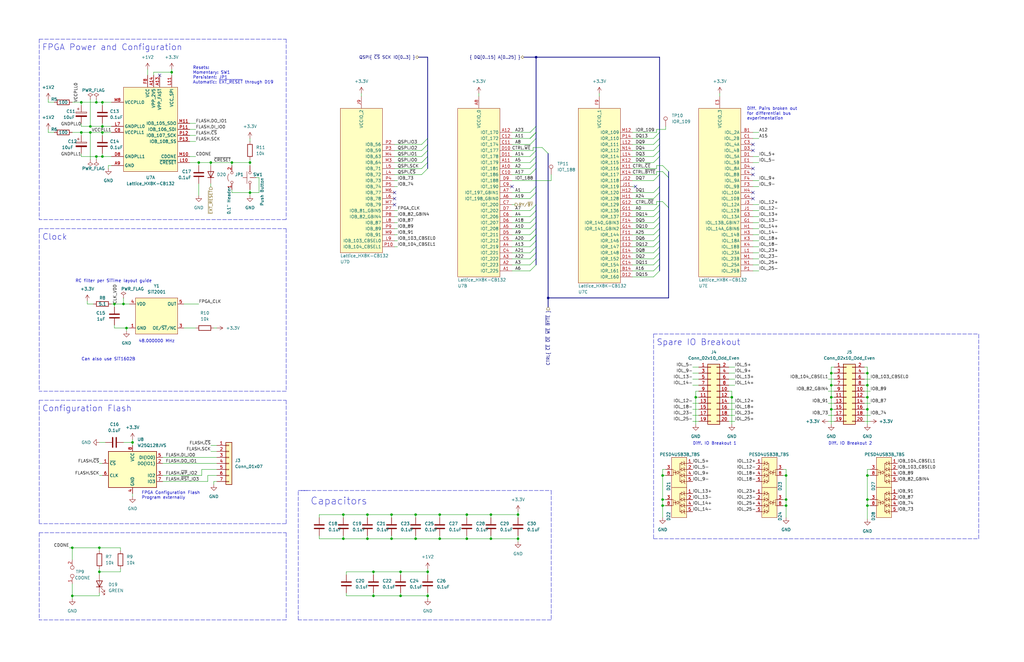
<source format=kicad_sch>
(kicad_sch (version 20211123) (generator eeschema)
  (paper "USLedger")
  (title_block (title "NR1B-SQT56 v1.0") (date "2022-10-03") (rev "1.0") (company "University of Dallas") (comment 1 "Drawn By: Angela Jimenez, Aidan Medcalf"))
  (junction (at 144.78 227.33))
  (junction (at 30.48 251.46))
  (junction (at 350.52 157.48))
  (junction (at 154.94 217.17))
  (junction (at 72.39 30.48))
  (junction (at 365.76 157.48))
  (junction (at 88.9 68.58))
  (junction (at 41.91 241.3))
  (junction (at 218.44 227.33))
  (junction (at 34.29 43.18))
  (junction (at 43.18 66.04))
  (junction (at 165.1 217.17))
  (junction (at 43.18 53.34))
  (junction (at 40.64 43.18))
  (junction (at 175.26 227.33))
  (junction (at 226.06 24.13))
  (junction (at 293.37 167.64))
  (junction (at 350.52 167.64))
  (junction (at 196.85 217.17))
  (junction (at 185.42 217.17))
  (junction (at 365.76 162.56))
  (junction (at 231.14 125.73))
  (junction (at 168.91 251.46))
  (junction (at 365.76 167.64))
  (junction (at 207.01 227.33))
  (junction (at 41.91 231.14))
  (junction (at 30.48 231.14))
  (junction (at 365.76 200.66))
  (junction (at 175.26 217.17))
  (junction (at 55.88 186.69))
  (junction (at 180.34 241.3))
  (junction (at 52.07 128.27))
  (junction (at 207.01 217.17))
  (junction (at 365.76 172.72))
  (junction (at 157.48 251.46))
  (junction (at 365.76 213.36))
  (junction (at 105.41 81.28))
  (junction (at 105.41 68.58))
  (junction (at 154.94 227.33))
  (junction (at 279.4 213.36))
  (junction (at 218.44 217.17))
  (junction (at 40.64 66.04))
  (junction (at 308.61 167.64))
  (junction (at 331.47 200.66))
  (junction (at 97.79 68.58))
  (junction (at 180.34 251.46))
  (junction (at 279.4 200.66))
  (junction (at 365.76 210.82))
  (junction (at 350.52 172.72))
  (junction (at 168.91 241.3))
  (junction (at 196.85 227.33))
  (junction (at 165.1 227.33))
  (junction (at 350.52 162.56))
  (junction (at 34.29 55.88))
  (junction (at 53.34 138.43))
  (junction (at 38.1 53.34))
  (junction (at 331.47 210.82))
  (junction (at 43.18 43.18))
  (junction (at 38.1 55.88))
  (junction (at 157.48 241.3))
  (junction (at 48.26 128.27))
  (junction (at 83.82 68.58))
  (junction (at 144.78 217.17))
  (junction (at 279.4 210.82))
  (junction (at 331.47 213.36))
  (junction (at 43.18 55.88))
  (junction (at 185.42 227.33))
  (no_connect (at 215.9 78.74))
  (no_connect (at 267.97 78.74))
  (no_connect (at 317.5 81.28))
  (no_connect (at 317.5 83.82))
  (no_connect (at 317.5 71.12))
  (no_connect (at 317.5 73.66))
  (no_connect (at 317.5 60.96))
  (no_connect (at 317.5 63.5))
  (no_connect (at 166.37 81.28))
  (no_connect (at 166.37 83.82))
  (no_connect (at 166.37 86.36))
  (no_connect (at 67.31 31.75))
  (bus_entry (at 177.8 68.58) (size 2.54 -2.54))
  (bus_entry (at 275.59 114.3) (size 2.54 -2.54))
  (bus_entry (at 223.52 66.04) (size 2.54 -2.54))
  (bus_entry (at 177.8 60.96) (size 2.54 -2.54))
  (bus_entry (at 275.59 81.28) (size 2.54 -2.54))
  (bus_entry (at 177.8 63.5) (size 2.54 -2.54))
  (bus_entry (at 275.59 58.42) (size 2.54 -2.54))
  (bus_entry (at 275.59 76.2) (size 2.54 -2.54))
  (bus_entry (at 275.59 99.06) (size 2.54 -2.54))
  (bus_entry (at 279.4 85.09) (size 2.54 2.54))
  (bus_entry (at 279.4 69.85) (size 2.54 2.54))
  (bus_entry (at 223.52 73.66) (size 2.54 -2.54))
  (bus_entry (at 275.59 91.44) (size 2.54 -2.54))
  (bus_entry (at 279.4 72.39) (size 2.54 2.54))
  (bus_entry (at 223.52 101.6) (size 2.54 -2.54))
  (bus_entry (at 177.8 73.66) (size 2.54 -2.54))
  (bus_entry (at 275.59 63.5) (size 2.54 -2.54))
  (bus_entry (at 223.52 101.6) (size 2.54 -2.54))
  (bus_entry (at 223.52 58.42) (size 2.54 -2.54))
  (bus_entry (at 223.52 68.58) (size 2.54 -2.54))
  (bus_entry (at 275.59 88.9) (size 2.54 -2.54))
  (bus_entry (at 275.59 60.96) (size 2.54 -2.54))
  (bus_entry (at 223.52 60.96) (size 2.54 -2.54))
  (bus_entry (at 275.59 93.98) (size 2.54 -2.54))
  (bus_entry (at 223.52 106.68) (size 2.54 -2.54))
  (bus_entry (at 223.52 104.14) (size 2.54 -2.54))
  (bus_entry (at 177.8 66.04) (size 2.54 -2.54))
  (bus_entry (at 223.52 114.3) (size 2.54 -2.54))
  (bus_entry (at 223.52 83.82) (size 2.54 -2.54))
  (bus_entry (at 275.59 96.52) (size 2.54 -2.54))
  (bus_entry (at 223.52 71.12) (size 2.54 -2.54))
  (bus_entry (at 177.8 71.12) (size 2.54 -2.54))
  (bus_entry (at 223.52 55.88) (size 2.54 -2.54))
  (bus_entry (at 231.14 64.77) (size -2.54 -2.54))
  (bus_entry (at 275.59 106.68) (size 2.54 -2.54))
  (bus_entry (at 275.59 109.22) (size 2.54 -2.54))
  (bus_entry (at 275.59 101.6) (size 2.54 -2.54))
  (bus_entry (at 223.52 91.44) (size 2.54 -2.54))
  (bus_entry (at 223.52 58.42) (size 2.54 -2.54))
  (bus_entry (at 223.52 81.28) (size 2.54 -2.54))
  (bus_entry (at 223.52 111.76) (size 2.54 -2.54))
  (bus_entry (at 223.52 88.9) (size 2.54 -2.54))
  (bus_entry (at 275.59 116.84) (size 2.54 -2.54))
  (bus_entry (at 275.59 111.76) (size 2.54 -2.54))
  (bus_entry (at 223.52 93.98) (size 2.54 -2.54))
  (bus_entry (at 275.59 104.14) (size 2.54 -2.54))
  (bus_entry (at 223.52 96.52) (size 2.54 -2.54))
  (bus_entry (at 275.59 83.82) (size 2.54 -2.54))
  (bus_entry (at 275.59 66.04) (size 2.54 -2.54))
  (bus_entry (at 223.52 109.22) (size 2.54 -2.54))
  (bus_entry (at 223.52 99.06) (size 2.54 -2.54))
  (bus_entry (at 275.59 68.58) (size 2.54 -2.54))
  (wire (pts (xy 68.58 200.66) (xy 85.09 200.66)))
  (wire (pts (xy 266.7 55.88) (xy 276.86 55.88)))
  (wire (pts (xy 215.9 55.88) (xy 223.52 55.88)))
  (wire (pts (xy 279.4 210.82) (xy 279.4 213.36)))
  (bus (pts (xy 226.06 86.36) (xy 226.06 88.9)))
  (bus (pts (xy 226.06 53.34) (xy 226.06 55.88)))
  (wire (pts (xy 331.47 210.82) (xy 330.2 210.82)))
  (wire (pts (xy 36.83 128.27) (xy 36.83 127)))
  (wire (pts (xy 317.5 109.22) (xy 320.04 109.22)))
  (wire (pts (xy 365.76 154.94) (xy 365.76 157.48)))
  (wire (pts (xy 293.37 165.1) (xy 293.37 167.64)))
  (wire (pts (xy 215.9 111.76) (xy 223.52 111.76)))
  (wire (pts (xy 317.5 96.52) (xy 320.04 96.52)))
  (wire (pts (xy 45.72 69.85) (xy 45.72 71.12)))
  (wire (pts (xy 317.5 104.14) (xy 320.04 104.14)))
  (wire (pts (xy 168.91 241.3) (xy 168.91 242.57)))
  (wire (pts (xy 317.5 93.98) (xy 320.04 93.98)))
  (wire (pts (xy 41.91 240.03) (xy 41.91 241.3)))
  (wire (pts (xy 317.5 55.88) (xy 320.04 55.88)))
  (wire (pts (xy 215.9 66.04) (xy 223.52 66.04)))
  (wire (pts (xy 166.37 99.06) (xy 167.64 99.06)))
  (wire (pts (xy 331.47 213.36) (xy 330.2 213.36)))
  (bus (pts (xy 226.06 58.42) (xy 226.06 63.5)))
  (bus (pts (xy 226.06 93.98) (xy 226.06 96.52)))
  (wire (pts (xy 330.2 198.12) (xy 331.47 198.12)))
  (wire (pts (xy 144.78 227.33) (xy 144.78 226.06)))
  (wire (pts (xy 196.85 217.17) (xy 207.01 217.17)))
  (wire (pts (xy 266.7 58.42) (xy 275.59 58.42)))
  (wire (pts (xy 317.5 101.6) (xy 320.04 101.6)))
  (wire (pts (xy 53.34 138.43) (xy 53.34 139.7)))
  (wire (pts (xy 365.76 162.56) (xy 365.76 167.64)))
  (polyline (pts (xy 16.51 168.91) (xy 120.65 168.91)))
  (wire (pts (xy 146.05 241.3) (xy 157.48 241.3)))
  (wire (pts (xy 97.79 80.01) (xy 97.79 81.28)))
  (wire (pts (xy 266.7 71.12) (xy 276.86 71.12)))
  (bus (pts (xy 278.13 55.88) (xy 278.13 58.42)))
  (wire (pts (xy 90.17 204.47) (xy 90.17 203.2)))
  (wire (pts (xy 331.47 210.82) (xy 331.47 213.36)))
  (wire (pts (xy 46.99 128.27) (xy 48.26 128.27)))
  (bus (pts (xy 231.14 125.73) (xy 281.94 125.73)))
  (wire (pts (xy 365.76 172.72) (xy 365.76 179.07)))
  (wire (pts (xy 97.79 68.58) (xy 97.79 69.85)))
  (wire (pts (xy 350.52 162.56) (xy 350.52 167.64)))
  (wire (pts (xy 292.1 160.02) (xy 294.64 160.02)))
  (wire (pts (xy 175.26 226.06) (xy 175.26 227.33)))
  (wire (pts (xy 266.7 101.6) (xy 275.59 101.6)))
  (bus (pts (xy 226.06 88.9) (xy 226.06 91.44)))
  (wire (pts (xy 224.79 63.5) (xy 224.79 62.23)))
  (wire (pts (xy 215.9 86.36) (xy 217.17 86.36)))
  (bus (pts (xy 278.13 96.52) (xy 278.13 99.06)))
  (bus (pts (xy 281.94 72.39) (xy 281.94 74.93)))
  (polyline (pts (xy 275.59 227.33) (xy 412.75 227.33)))
  (wire (pts (xy 309.88 172.72) (xy 307.34 172.72)))
  (bus (pts (xy 180.34 60.96) (xy 180.34 58.42)))
  (wire (pts (xy 266.7 66.04) (xy 275.59 66.04)))
  (wire (pts (xy 52.07 186.69) (xy 55.88 186.69)))
  (wire (pts (xy 157.48 251.46) (xy 168.91 251.46)))
  (wire (pts (xy 317.5 58.42) (xy 320.04 58.42)))
  (wire (pts (xy 266.7 96.52) (xy 275.59 96.52)))
  (wire (pts (xy 166.37 76.2) (xy 167.64 76.2)))
  (wire (pts (xy 152.4 39.37) (xy 152.4 40.64)))
  (wire (pts (xy 215.9 58.42) (xy 223.52 58.42)))
  (wire (pts (xy 97.79 81.28) (xy 105.41 81.28)))
  (wire (pts (xy 166.37 71.12) (xy 177.8 71.12)))
  (bus (pts (xy 180.34 24.13) (xy 180.34 58.42)))
  (bus (pts (xy 231.14 64.77) (xy 231.14 125.73)))
  (bus (pts (xy 226.06 109.22) (xy 226.06 111.76)))
  (wire (pts (xy 350.52 154.94) (xy 350.52 157.48)))
  (wire (pts (xy 180.34 241.3) (xy 180.34 242.57)))
  (bus (pts (xy 281.94 74.93) (xy 281.94 87.63)))
  (wire (pts (xy 22.86 43.18) (xy 20.32 43.18)))
  (wire (pts (xy 185.42 227.33) (xy 196.85 227.33)))
  (wire (pts (xy 88.9 190.5) (xy 91.44 190.5)))
  (wire (pts (xy 215.9 76.2) (xy 232.41 76.2)))
  (polyline (pts (xy 16.51 96.52) (xy 16.51 165.1)))
  (wire (pts (xy 309.88 154.94) (xy 307.34 154.94)))
  (wire (pts (xy 266.7 83.82) (xy 275.59 83.82)))
  (wire (pts (xy 146.05 242.57) (xy 146.05 241.3)))
  (wire (pts (xy 68.58 193.04) (xy 91.44 193.04)))
  (wire (pts (xy 144.78 217.17) (xy 144.78 218.44)))
  (wire (pts (xy 34.29 66.04) (xy 34.29 64.77)))
  (wire (pts (xy 41.91 231.14) (xy 50.8 231.14)))
  (wire (pts (xy 109.22 74.93) (xy 109.22 81.28)))
  (wire (pts (xy 157.48 250.19) (xy 157.48 251.46)))
  (wire (pts (xy 41.91 231.14) (xy 30.48 231.14)))
  (wire (pts (xy 276.86 55.88) (xy 276.86 54.61)))
  (wire (pts (xy 30.48 251.46) (xy 30.48 252.73)))
  (wire (pts (xy 276.86 54.61) (xy 280.67 54.61)))
  (bus (pts (xy 278.13 111.76) (xy 278.13 114.3)))
  (bus (pts (xy 278.13 60.96) (xy 278.13 63.5)))
  (wire (pts (xy 280.67 198.12) (xy 279.4 198.12)))
  (wire (pts (xy 30.48 43.18) (xy 34.29 43.18)))
  (wire (pts (xy 215.9 96.52) (xy 223.52 96.52)))
  (wire (pts (xy 266.7 104.14) (xy 275.59 104.14)))
  (wire (pts (xy 292.1 162.56) (xy 294.64 162.56)))
  (wire (pts (xy 317.5 106.68) (xy 320.04 106.68)))
  (wire (pts (xy 294.64 165.1) (xy 293.37 165.1)))
  (wire (pts (xy 215.9 73.66) (xy 223.52 73.66)))
  (polyline (pts (xy 120.65 220.98) (xy 16.51 220.98)))
  (wire (pts (xy 207.01 226.06) (xy 207.01 227.33)))
  (wire (pts (xy 215.9 104.14) (xy 223.52 104.14)))
  (wire (pts (xy 266.7 93.98) (xy 275.59 93.98)))
  (wire (pts (xy 215.9 106.68) (xy 223.52 106.68)))
  (bus (pts (xy 226.06 81.28) (xy 226.06 86.36)))
  (wire (pts (xy 83.82 68.58) (xy 88.9 68.58)))
  (wire (pts (xy 80.01 54.61) (xy 82.55 54.61)))
  (wire (pts (xy 365.76 157.48) (xy 365.76 162.56)))
  (wire (pts (xy 185.42 217.17) (xy 185.42 218.44)))
  (wire (pts (xy 72.39 29.21) (xy 72.39 30.48)))
  (wire (pts (xy 279.4 213.36) (xy 280.67 213.36)))
  (wire (pts (xy 365.76 200.66) (xy 365.76 210.82)))
  (wire (pts (xy 88.9 77.47) (xy 88.9 78.74)))
  (wire (pts (xy 54.61 138.43) (xy 53.34 138.43)))
  (wire (pts (xy 88.9 68.58) (xy 97.79 68.58)))
  (wire (pts (xy 351.79 157.48) (xy 350.52 157.48)))
  (wire (pts (xy 166.37 104.14) (xy 167.64 104.14)))
  (wire (pts (xy 365.76 213.36) (xy 365.76 219.075)))
  (wire (pts (xy 266.7 109.22) (xy 275.59 109.22)))
  (bus (pts (xy 226.06 104.14) (xy 226.06 106.68)))
  (wire (pts (xy 215.9 91.44) (xy 223.52 91.44)))
  (wire (pts (xy 266.7 81.28) (xy 275.59 81.28)))
  (wire (pts (xy 30.48 251.46) (xy 41.91 251.46)))
  (wire (pts (xy 196.85 217.17) (xy 196.85 218.44)))
  (wire (pts (xy 43.18 55.88) (xy 43.18 57.15)))
  (wire (pts (xy 77.47 128.27) (xy 83.82 128.27)))
  (wire (pts (xy 294.64 154.94) (xy 292.1 154.94)))
  (wire (pts (xy 166.37 88.9) (xy 167.64 88.9)))
  (wire (pts (xy 175.26 217.17) (xy 185.42 217.17)))
  (wire (pts (xy 97.79 68.58) (xy 105.41 68.58)))
  (wire (pts (xy 365.76 210.82) (xy 365.76 213.36)))
  (wire (pts (xy 41.91 241.3) (xy 41.91 242.57)))
  (polyline (pts (xy 275.59 140.97) (xy 412.75 140.97)))
  (wire (pts (xy 34.29 53.34) (xy 34.29 52.07)))
  (wire (pts (xy 40.64 41.91) (xy 40.64 43.18)))
  (wire (pts (xy 196.85 227.33) (xy 196.85 226.06)))
  (wire (pts (xy 134.62 217.17) (xy 144.78 217.17)))
  (wire (pts (xy 80.01 57.15) (xy 82.55 57.15)))
  (wire (pts (xy 83.82 77.47) (xy 83.82 82.55)))
  (wire (pts (xy 317.5 91.44) (xy 320.04 91.44)))
  (wire (pts (xy 292.1 170.18) (xy 294.64 170.18)))
  (wire (pts (xy 88.9 187.96) (xy 91.44 187.96)))
  (wire (pts (xy 365.76 198.12) (xy 367.03 198.12)))
  (wire (pts (xy 41.91 195.58) (xy 43.18 195.58)))
  (wire (pts (xy 154.94 217.17) (xy 165.1 217.17)))
  (wire (pts (xy 350.52 167.64) (xy 350.52 172.72)))
  (wire (pts (xy 168.91 251.46) (xy 180.34 251.46)))
  (bus (pts (xy 226.06 101.6) (xy 226.06 104.14)))
  (polyline (pts (xy 232.41 261.62) (xy 125.73 261.62)))
  (wire (pts (xy 317.5 68.58) (xy 320.04 68.58)))
  (wire (pts (xy 87.63 200.66) (xy 91.44 200.66)))
  (wire (pts (xy 105.41 58.42) (xy 105.41 59.69)))
  (wire (pts (xy 134.62 226.06) (xy 134.62 227.33)))
  (wire (pts (xy 303.53 39.37) (xy 303.53 40.64)))
  (wire (pts (xy 309.88 177.8) (xy 307.34 177.8)))
  (wire (pts (xy 349.25 175.26) (xy 351.79 175.26)))
  (wire (pts (xy 185.42 217.17) (xy 196.85 217.17)))
  (wire (pts (xy 279.4 213.36) (xy 279.4 218.44)))
  (wire (pts (xy 38.1 55.88) (xy 43.18 55.88)))
  (wire (pts (xy 364.49 154.94) (xy 365.76 154.94)))
  (wire (pts (xy 43.18 43.18) (xy 43.18 44.45)))
  (bus (pts (xy 278.13 93.98) (xy 278.13 96.52)))
  (wire (pts (xy 350.52 172.72) (xy 350.52 179.07)))
  (wire (pts (xy 166.37 60.96) (xy 177.8 60.96)))
  (polyline (pts (xy 16.51 224.79) (xy 120.65 224.79)))
  (wire (pts (xy 166.37 96.52) (xy 167.64 96.52)))
  (bus (pts (xy 226.06 68.58) (xy 226.06 71.12)))
  (wire (pts (xy 22.86 55.88) (xy 20.32 55.88)))
  (bus (pts (xy 226.06 106.68) (xy 226.06 109.22)))
  (wire (pts (xy 266.7 106.68) (xy 275.59 106.68)))
  (polyline (pts (xy 120.65 224.79) (xy 120.65 261.62)))
  (bus (pts (xy 278.13 81.28) (xy 278.13 86.36)))
  (wire (pts (xy 215.9 101.6) (xy 223.52 101.6)))
  (bus (pts (xy 278.13 101.6) (xy 278.13 104.14)))
  (polyline (pts (xy 120.65 96.52) (xy 120.65 165.1)))
  (wire (pts (xy 276.86 73.66) (xy 276.86 72.39)))
  (bus (pts (xy 180.34 71.12) (xy 180.34 68.58)))
  (wire (pts (xy 105.41 68.58) (xy 105.41 69.85)))
  (wire (pts (xy 180.34 250.19) (xy 180.34 251.46)))
  (bus (pts (xy 180.34 63.5) (xy 180.34 60.96)))
  (wire (pts (xy 365.76 213.36) (xy 367.03 213.36)))
  (wire (pts (xy 207.01 227.33) (xy 218.44 227.33)))
  (polyline (pts (xy 232.41 207.01) (xy 232.41 261.62)))
  (polyline (pts (xy 16.51 224.79) (xy 16.51 261.62)))
  (wire (pts (xy 166.37 68.58) (xy 177.8 68.58)))
  (wire (pts (xy 307.34 165.1) (xy 308.61 165.1)))
  (wire (pts (xy 364.49 170.18) (xy 367.03 170.18)))
  (wire (pts (xy 279.4 210.82) (xy 280.67 210.82)))
  (wire (pts (xy 52.07 128.27) (xy 48.26 128.27)))
  (wire (pts (xy 364.49 172.72) (xy 365.76 172.72)))
  (wire (pts (xy 34.29 43.18) (xy 34.29 44.45)))
  (bus (pts (xy 226.06 96.52) (xy 226.06 99.06)))
  (wire (pts (xy 105.41 80.01) (xy 105.41 81.28)))
  (wire (pts (xy 30.48 231.14) (xy 30.48 236.22)))
  (wire (pts (xy 55.88 208.28) (xy 55.88 209.55)))
  (wire (pts (xy 207.01 217.17) (xy 218.44 217.17)))
  (wire (pts (xy 90.17 138.43) (xy 91.44 138.43)))
  (wire (pts (xy 175.26 217.17) (xy 175.26 218.44)))
  (wire (pts (xy 68.58 195.58) (xy 91.44 195.58)))
  (bus (pts (xy 278.13 24.13) (xy 278.13 55.88)))
  (polyline (pts (xy 275.59 140.97) (xy 275.59 227.33)))
  (wire (pts (xy 166.37 73.66) (xy 177.8 73.66)))
  (wire (pts (xy 196.85 227.33) (xy 207.01 227.33)))
  (wire (pts (xy 252.73 39.37) (xy 252.73 40.64)))
  (wire (pts (xy 39.37 128.27) (xy 36.83 128.27)))
  (wire (pts (xy 38.1 53.34) (xy 43.18 53.34)))
  (bus (pts (xy 281.94 87.63) (xy 281.94 125.73)))
  (wire (pts (xy 166.37 91.44) (xy 167.64 91.44)))
  (wire (pts (xy 317.5 111.76) (xy 320.04 111.76)))
  (wire (pts (xy 185.42 227.33) (xy 185.42 226.06)))
  (wire (pts (xy 90.17 203.2) (xy 91.44 203.2)))
  (wire (pts (xy 279.4 200.66) (xy 279.4 210.82)))
  (wire (pts (xy 29.21 231.14) (xy 30.48 231.14)))
  (wire (pts (xy 350.52 167.64) (xy 351.79 167.64)))
  (wire (pts (xy 146.05 251.46) (xy 157.48 251.46)))
  (wire (pts (xy 166.37 63.5) (xy 177.8 63.5)))
  (wire (pts (xy 266.7 116.84) (xy 275.59 116.84)))
  (bus (pts (xy 278.13 86.36) (xy 278.13 88.9)))
  (bus (pts (xy 226.06 91.44) (xy 226.06 93.98)))
  (wire (pts (xy 80.01 52.07) (xy 82.55 52.07)))
  (wire (pts (xy 180.34 251.46) (xy 180.34 252.73)))
  (wire (pts (xy 364.49 167.64) (xy 365.76 167.64)))
  (wire (pts (xy 207.01 217.17) (xy 207.01 218.44)))
  (wire (pts (xy 166.37 93.98) (xy 167.64 93.98)))
  (wire (pts (xy 20.32 54.61) (xy 20.32 55.88)))
  (wire (pts (xy 134.62 218.44) (xy 134.62 217.17)))
  (wire (pts (xy 166.37 78.74) (xy 167.64 78.74)))
  (wire (pts (xy 224.79 62.23) (xy 228.6 62.23)))
  (wire (pts (xy 266.7 63.5) (xy 275.59 63.5)))
  (wire (pts (xy 40.64 66.04) (xy 40.64 67.31)))
  (wire (pts (xy 266.7 73.66) (xy 276.86 73.66)))
  (wire (pts (xy 165.1 227.33) (xy 175.26 227.33)))
  (wire (pts (xy 350.52 157.48) (xy 350.52 162.56)))
  (wire (pts (xy 55.88 186.69) (xy 55.88 187.96)))
  (wire (pts (xy 331.47 200.66) (xy 330.2 200.66)))
  (bus (pts (xy 226.06 99.06) (xy 226.06 101.6)))
  (wire (pts (xy 317.5 88.9) (xy 320.04 88.9)))
  (wire (pts (xy 34.29 43.18) (xy 40.64 43.18)))
  (wire (pts (xy 309.88 175.26) (xy 307.34 175.26)))
  (bus (pts (xy 278.13 104.14) (xy 278.13 106.68)))
  (wire (pts (xy 165.1 217.17) (xy 165.1 218.44)))
  (wire (pts (xy 88.9 68.58) (xy 88.9 69.85)))
  (wire (pts (xy 85.09 198.12) (xy 91.44 198.12)))
  (wire (pts (xy 276.86 69.85) (xy 279.4 69.85)))
  (wire (pts (xy 279.4 198.12) (xy 279.4 200.66)))
  (wire (pts (xy 40.64 43.18) (xy 43.18 43.18)))
  (wire (pts (xy 50.8 232.41) (xy 50.8 231.14)))
  (wire (pts (xy 317.5 66.04) (xy 320.04 66.04)))
  (wire (pts (xy 280.67 54.61) (xy 280.67 53.34)))
  (wire (pts (xy 54.61 128.27) (xy 52.07 128.27)))
  (wire (pts (xy 109.22 81.28) (xy 105.41 81.28)))
  (polyline (pts (xy 125.73 261.62) (xy 125.73 207.01)))
  (wire (pts (xy 215.9 71.12) (xy 223.52 71.12)))
  (wire (pts (xy 218.44 217.17) (xy 218.44 218.44)))
  (wire (pts (xy 41.91 241.3) (xy 50.8 241.3)))
  (wire (pts (xy 266.7 91.44) (xy 275.59 91.44)))
  (wire (pts (xy 266.7 88.9) (xy 275.59 88.9)))
  (wire (pts (xy 267.97 78.74) (xy 266.7 78.74)))
  (wire (pts (xy 166.37 101.6) (xy 167.64 101.6)))
  (polyline (pts (xy 127 207.01) (xy 232.41 207.01)))
  (wire (pts (xy 276.86 86.36) (xy 276.86 85.09)))
  (wire (pts (xy 365.76 167.64) (xy 365.76 172.72)))
  (wire (pts (xy 215.9 88.9) (xy 223.52 88.9)))
  (polyline (pts (xy 120.65 168.91) (xy 120.65 220.98)))
  (bus (pts (xy 220.98 24.13) (xy 226.06 24.13)))
  (wire (pts (xy 218.44 227.33) (xy 218.44 228.6)))
  (wire (pts (xy 266.7 99.06) (xy 275.59 99.06)))
  (wire (pts (xy 317.5 114.3) (xy 320.04 114.3)))
  (wire (pts (xy 168.91 250.19) (xy 168.91 251.46)))
  (wire (pts (xy 46.99 53.34) (xy 43.18 53.34)))
  (wire (pts (xy 276.86 71.12) (xy 276.86 69.85)))
  (bus (pts (xy 231.14 125.73) (xy 231.14 129.54)))
  (wire (pts (xy 83.82 68.58) (xy 83.82 69.85)))
  (wire (pts (xy 157.48 241.3) (xy 157.48 242.57)))
  (wire (pts (xy 309.88 162.56) (xy 307.34 162.56)))
  (wire (pts (xy 180.34 240.03) (xy 180.34 241.3)))
  (wire (pts (xy 43.18 52.07) (xy 43.18 53.34)))
  (wire (pts (xy 34.29 55.88) (xy 38.1 55.88)))
  (wire (pts (xy 48.26 138.43) (xy 53.34 138.43)))
  (wire (pts (xy 134.62 227.33) (xy 144.78 227.33)))
  (wire (pts (xy 30.48 55.88) (xy 34.29 55.88)))
  (bus (pts (xy 278.13 88.9) (xy 278.13 91.44)))
  (wire (pts (xy 266.7 60.96) (xy 275.59 60.96)))
  (wire (pts (xy 331.47 198.12) (xy 331.47 200.66)))
  (wire (pts (xy 77.47 138.43) (xy 82.55 138.43)))
  (wire (pts (xy 351.79 162.56) (xy 350.52 162.56)))
  (wire (pts (xy 144.78 217.17) (xy 154.94 217.17)))
  (polyline (pts (xy 120.65 16.51) (xy 120.65 92.71)))
  (wire (pts (xy 215.9 99.06) (xy 223.52 99.06)))
  (wire (pts (xy 279.4 200.66) (xy 280.67 200.66)))
  (wire (pts (xy 154.94 227.33) (xy 165.1 227.33)))
  (polyline (pts (xy 120.65 261.62) (xy 16.51 261.62)))
  (wire (pts (xy 331.47 213.36) (xy 331.47 218.44)))
  (wire (pts (xy 48.26 128.27) (xy 48.26 129.54)))
  (polyline (pts (xy 125.73 207.01) (xy 129.54 207.01)))
  (wire (pts (xy 349.25 177.8) (xy 351.79 177.8)))
  (wire (pts (xy 266.7 111.76) (xy 275.59 111.76)))
  (wire (pts (xy 349.25 165.1) (xy 351.79 165.1)))
  (wire (pts (xy 215.9 83.82) (xy 223.52 83.82)))
  (wire (pts (xy 218.44 226.06) (xy 218.44 227.33)))
  (wire (pts (xy 165.1 217.17) (xy 175.26 217.17)))
  (wire (pts (xy 266.7 76.2) (xy 275.59 76.2)))
  (wire (pts (xy 154.94 226.06) (xy 154.94 227.33)))
  (wire (pts (xy 364.49 177.8) (xy 367.03 177.8)))
  (wire (pts (xy 38.1 53.34) (xy 34.29 53.34)))
  (wire (pts (xy 80.01 66.04) (xy 82.55 66.04)))
  (polyline (pts (xy 120.65 165.1) (xy 16.51 165.1)))
  (polyline (pts (xy 16.51 168.91) (xy 16.51 220.98)))
  (bus (pts (xy 226.06 63.5) (xy 226.06 66.04)))
  (wire (pts (xy 266.7 86.36) (xy 276.86 86.36)))
  (wire (pts (xy 215.9 81.28) (xy 223.52 81.28)))
  (wire (pts (xy 292.1 172.72) (xy 294.64 172.72)))
  (wire (pts (xy 20.32 41.91) (xy 20.32 43.18)))
  (wire (pts (xy 276.86 72.39) (xy 279.4 72.39)))
  (wire (pts (xy 144.78 227.33) (xy 154.94 227.33)))
  (wire (pts (xy 293.37 167.64) (xy 294.64 167.64)))
  (wire (pts (xy 307.34 167.64) (xy 308.61 167.64)))
  (wire (pts (xy 41.91 251.46) (xy 41.91 250.19)))
  (polyline (pts (xy 16.51 16.51) (xy 120.65 16.51)))
  (wire (pts (xy 266.7 114.3) (xy 275.59 114.3)))
  (wire (pts (xy 292.1 175.26) (xy 294.64 175.26)))
  (wire (pts (xy 50.8 240.03) (xy 50.8 241.3)))
  (wire (pts (xy 166.37 66.04) (xy 177.8 66.04)))
  (wire (pts (xy 43.18 55.88) (xy 46.99 55.88)))
  (wire (pts (xy 105.41 81.28) (xy 105.41 82.55)))
  (wire (pts (xy 364.49 175.26) (xy 367.03 175.26)))
  (wire (pts (xy 85.09 200.66) (xy 85.09 198.12)))
  (wire (pts (xy 52.07 125.73) (xy 52.07 128.27)))
  (wire (pts (xy 364.49 160.02) (xy 367.03 160.02)))
  (wire (pts (xy 46.99 66.04) (xy 43.18 66.04)))
  (wire (pts (xy 215.9 109.22) (xy 223.52 109.22)))
  (wire (pts (xy 175.26 227.33) (xy 185.42 227.33)))
  (wire (pts (xy 308.61 167.64) (xy 308.61 179.07)))
  (bus (pts (xy 278.13 99.06) (xy 278.13 101.6)))
  (polyline (pts (xy 16.51 16.51) (xy 16.51 92.71)))
  (wire (pts (xy 309.88 157.48) (xy 307.34 157.48)))
  (wire (pts (xy 215.9 68.58) (xy 223.52 68.58)))
  (wire (pts (xy 349.25 170.18) (xy 351.79 170.18)))
  (wire (pts (xy 168.91 241.3) (xy 180.34 241.3)))
  (wire (pts (xy 232.41 76.2) (xy 232.41 73.66)))
  (wire (pts (xy 157.48 241.3) (xy 168.91 241.3)))
  (wire (pts (xy 41.91 232.41) (xy 41.91 231.14)))
  (bus (pts (xy 278.13 91.44) (xy 278.13 93.98)))
  (bus (pts (xy 278.13 58.42) (xy 278.13 60.96)))
  (polyline (pts (xy 120.65 92.71) (xy 16.51 92.71)))
  (wire (pts (xy 38.1 41.91) (xy 38.1 53.34)))
  (wire (pts (xy 68.58 203.2) (xy 87.63 203.2)))
  (wire (pts (xy 154.94 217.17) (xy 154.94 218.44)))
  (wire (pts (xy 62.23 29.21) (xy 62.23 31.75)))
  (wire (pts (xy 364.49 157.48) (xy 365.76 157.48)))
  (wire (pts (xy 308.61 165.1) (xy 308.61 167.64)))
  (wire (pts (xy 80.01 59.69) (xy 82.55 59.69)))
  (wire (pts (xy 307.34 160.02) (xy 309.88 160.02)))
  (wire (pts (xy 64.77 31.75) (xy 64.77 30.48)))
  (wire (pts (xy 46.99 69.85) (xy 45.72 69.85)))
  (bus (pts (xy 226.06 71.12) (xy 226.06 78.74)))
  (bus (pts (xy 278.13 106.68) (xy 278.13 109.22)))
  (wire (pts (xy 64.77 30.48) (xy 72.39 30.48)))
  (wire (pts (xy 365.76 200.66) (xy 365.76 198.12)))
  (wire (pts (xy 215.9 63.5) (xy 224.79 63.5)))
  (wire (pts (xy 215.9 93.98) (xy 223.52 93.98)))
  (wire (pts (xy 317.5 86.36) (xy 320.04 86.36)))
  (wire (pts (xy 201.93 39.37) (xy 201.93 40.64)))
  (polyline (pts (xy 412.75 227.33) (xy 412.75 140.97)))
  (wire (pts (xy 351.79 154.94) (xy 350.52 154.94)))
  (wire (pts (xy 331.47 200.66) (xy 331.47 210.82)))
  (wire (pts (xy 55.88 185.42) (xy 55.88 186.69)))
  (bus (pts (xy 278.13 109.22) (xy 278.13 111.76)))
  (wire (pts (xy 215.9 114.3) (xy 223.52 114.3)))
  (bus (pts (xy 226.06 66.04) (xy 226.06 68.58)))
  (wire (pts (xy 317.5 99.06) (xy 320.04 99.06)))
  (wire (pts (xy 43.18 43.18) (xy 46.99 43.18)))
  (wire (pts (xy 80.01 68.58) (xy 83.82 68.58)))
  (wire (pts (xy 317.5 78.74) (xy 320.04 78.74)))
  (wire (pts (xy 365.76 200.66) (xy 367.03 200.66)))
  (wire (pts (xy 40.64 66.04) (xy 34.29 66.04)))
  (wire (pts (xy 34.29 55.88) (xy 34.29 57.15)))
  (wire (pts (xy 43.18 64.77) (xy 43.18 66.04)))
  (wire (pts (xy 87.63 203.2) (xy 87.63 200.66)))
  (wire (pts (xy 309.88 170.18) (xy 307.34 170.18)))
  (wire (pts (xy 43.18 66.04) (xy 40.64 66.04)))
  (wire (pts (xy 350.52 172.72) (xy 351.79 172.72)))
  (wire (pts (xy 38.1 67.31) (xy 38.1 55.88)))
  (bus (pts (xy 278.13 78.74) (xy 278.13 81.28)))
  (wire (pts (xy 48.26 137.16) (xy 48.26 138.43)))
  (bus (pts (xy 226.06 55.88) (xy 226.06 58.42)))
  (wire (pts (xy 317.5 76.2) (xy 320.04 76.2)))
  (wire (pts (xy 292.1 177.8) (xy 294.64 177.8)))
  (bus (pts (xy 176.53 24.13) (xy 180.34 24.13)))
  (wire (pts (xy 292.1 157.48) (xy 294.64 157.48)))
  (wire (pts (xy 365.76 210.82) (xy 367.03 210.82)))
  (polyline (pts (xy 16.51 96.52) (xy 120.65 96.52)))
  (bus (pts (xy 226.06 24.13) (xy 226.06 53.34)))
  (bus (pts (xy 278.13 63.5) (xy 278.13 66.04)))
  (bus (pts (xy 278.13 24.13) (xy 226.06 24.13)))
  (wire (pts (xy 41.91 186.69) (xy 44.45 186.69)))
  (bus (pts (xy 180.34 68.58) (xy 180.34 66.04)))
  (wire (pts (xy 165.1 227.33) (xy 165.1 226.06)))
  (wire (pts (xy 41.91 200.66) (xy 43.18 200.66)))
  (bus (pts (xy 278.13 66.04) (xy 278.13 73.66)))
  (bus (pts (xy 226.06 78.74) (xy 226.06 81.28)))
  (wire (pts (xy 218.44 215.9) (xy 218.44 217.17)))
  (wire (pts (xy 293.37 167.64) (xy 293.37 179.07)))
  (wire (pts (xy 364.49 162.56) (xy 365.76 162.56)))
  (wire (pts (xy 349.25 160.02) (xy 351.79 160.02)))
  (wire (pts (xy 266.7 68.58) (xy 275.59 68.58)))
  (wire (pts (xy 30.48 246.38) (xy 30.48 251.46)))
  (wire (pts (xy 276.86 85.09) (xy 279.4 85.09)))
  (wire (pts (xy 105.41 67.31) (xy 105.41 68.58)))
  (wire (pts (xy 364.49 165.1) (xy 367.03 165.1)))
  (bus (pts (xy 180.34 66.04) (xy 180.34 63.5)))
  (bus (pts (xy 278.13 73.66) (xy 278.13 78.74)))
  (wire (pts (xy 72.39 30.48) (xy 72.39 31.75)))
  (wire (pts (xy 146.05 250.19) (xy 146.05 251.46)))
  (wire (pts (xy 107.95 74.93) (xy 109.22 74.93)))
  (wire (pts (xy 215.9 60.96) (xy 223.52 60.96)))
  (text "Diff. IO Breakout 1" (at 292.1 187.96 0) (effects (font (size 1.27 1.27)) (justify left bottom)))
  (text "Clock" (at 17.78 101.6 0) (effects (font (size 2.54 2.54)) (justify left bottom)))
  (text "Diff. IO Breakout 2" (at 349.25 187.96 0) (effects (font (size 1.27 1.27)) (justify left bottom)))
  (text "Diff. Pairs broken out\nfor differential bus\nexperimentation" (at 314.96 50.8 0) (effects (font (size 1.27 1.27)) (justify left bottom)))
  (text "FPGA Power and Configuration" (at 17.78 21.59 0) (effects (font (size 2.54 2.54)) (justify left bottom)))
  (text "Resets:\nMomentary: SW1\nPersistent: JP1\nAutomatic: ~{EXT_RESET} through D19" (at 81.28 35.56 0) (effects (font (size 1.27 1.27)) (justify left bottom)))
  (text "Can also use SiT1602B" (at 34.29 152.4 0) (effects (font (size 1.27 1.27)) (justify left bottom)))
  (text "RC filter per SiTime layout guide" (at 31.75 119.38 0) (effects (font (size 1.27 1.27)) (justify left bottom)))
  (text "48.000000 MHz" (at 58.42 144.78 0) (effects (font (size 1.27 1.27)) (justify left bottom)))
  (text "Configuration Flash" (at 17.78 173.99 0) (effects (font (size 2.54 2.54)) (justify left bottom)))
  (text "Spare IO Breakout" (at 276.86 146.05 0) (effects (font (size 2.54 2.54)) (justify left bottom)))
  (text "FPGA Configuration Flash\nProgram externally" (at 59.69 210.82 0) (effects (font (size 1.27 1.27)) (justify left bottom)))
  (text "Capacitors\n" (at 154.94 213.36 180) (effects (font (size 3 3)) (justify right bottom)))
  (label "IOL_23+" (at 320.04 106.68 0))
  (label "IOL_12-" (at 292.1 170.18 180))
  (label "DQ1" (at 267.97 81.28 0))
  (label "IOB_82_GBIN4" (at 349.25 165.1 180))
  (label "IOL_9+" (at 292.1 200.66 0))
  (label "IOB_73" (at 349.25 175.26 180))
  (label "DQ11" (at 267.97 111.76 0))
  (label "FLASH.DI_IO0" (at 69.85 193.04 0))
  (label "DQ9" (at 267.97 60.96 0))
  (label "IOL_23-" (at 320.04 109.22 0))
  (label "A24" (at 267.97 83.82 0))
  (label "IOL_25+" (at 318.77 213.36 180))
  (label "IOL_25-" (at 292.1 177.8 180))
  (label "VCCPLL1" (at 46.99 55.88 180))
  (label "DQ6" (at 267.97 101.6 0))
  (label "IOB_74" (at 378.46 213.36 0))
  (label "CTRL.~{WE}" (at 215.9 63.5 0))
  (label "A25" (at 267.97 99.06 0))
  (label "A16" (at 267.97 114.3 0))
  (label "IOB_73" (at 167.64 76.2 0))
  (label "QSPI.IO1" (at 167.64 66.04 0))
  (label "IOL_5-" (at 292.1 154.94 180))
  (label "DQ7" (at 267.97 76.2 0))
  (label "DQ4" (at 267.97 63.5 0))
  (label "IOB_82_GBIN4" (at 167.64 91.44 0))
  (label "IOL_12+" (at 318.77 195.58 180))
  (label "IOL_23+" (at 318.77 208.28 180))
  (label "IOL_18-" (at 292.1 172.72 180))
  (label "FLASH.DO_IO1" (at 69.85 195.58 0))
  (label "IOB_103_CBSEL0" (at 167.64 101.6 0))
  (label "CTRL.~{OE}" (at 267.97 86.36 0))
  (label "A7" (at 217.17 88.9 0))
  (label "A0" (at 267.97 88.9 0))
  (label "A4" (at 217.17 91.44 0))
  (label "DQ2" (at 267.97 109.22 0))
  (label "IOB_89" (at 167.64 96.52 0))
  (label "IOL_9-" (at 320.04 78.74 0))
  (label "FLASH.~{WP}_IO2" (at 69.85 200.66 0))
  (label "FLASH.SCK" (at 88.9 190.5 180))
  (label "A22" (at 217.17 109.22 0))
  (label "IOL_18+" (at 318.77 200.66 180))
  (label "IOL_13-" (at 292.1 160.02 180))
  (label "IOL_18-" (at 320.04 104.14 0))
  (label "IOL_14-" (at 320.04 99.06 0))
  (label "IOB_91" (at 349.25 170.18 180))
  (label "FLASH.SCK" (at 82.55 59.69 0))
  (label "FPGA_CLK" (at 83.82 128.27 0))
  (label "IOL_13+" (at 320.04 91.44 0))
  (label "IOB_104_CBSEL1" (at 167.64 104.14 0))
  (label "CTRL.~{CE}" (at 266.7 71.12 0))
  (label "GNDPLL1" (at 34.29 66.04 180))
  (label "VCCPLL0" (at 33.02 43.18 90))
  (label "DQ14" (at 267.97 91.44 0))
  (label "IOB_87" (at 367.03 170.18 0))
  (label "A12" (at 320.04 55.88 0))
  (label "FLASH.~{CS}" (at 88.9 187.96 180))
  (label "A9" (at 217.17 99.06 0))
  (label "DQ5" (at 267.97 93.98 0))
  (label "A2" (at 217.17 71.12 0))
  (label "IOT_188" (at 217.17 76.2 0))
  (label "A8" (at 217.17 60.96 0))
  (label "A20" (at 217.17 101.6 0))
  (label "IOL_5+" (at 320.04 66.04 0))
  (label "FLASH.~{CS}" (at 41.91 195.58 180))
  (label "IOB_103_CBSEL0" (at 367.03 160.02 0))
  (label "IOL_23-" (at 292.1 175.26 180))
  (label "IOL_25-" (at 320.04 114.3 0))
  (label "A14" (at 217.17 66.04 0))
  (label "IOL_12+" (at 309.88 170.18 0))
  (label "FPGA_CLK" (at 167.64 88.9 0))
  (label "IOL_14-" (at 292.1 215.9 0))
  (label "GNDPLL0" (at 34.29 53.34 180))
  (label "A21" (at 217.17 106.68 0))
  (label "IOB_87" (at 378.46 210.82 0))
  (label "DQ12" (at 267.97 104.14 0))
  (label "QSPI.IO2" (at 167.64 63.5 0))
  (label "A1" (at 217.17 81.28 0))
  (label "IOL_9+" (at 320.04 76.2 0))
  (label "DQ10" (at 267.97 96.52 0))
  (label "IOL_5-" (at 320.04 68.58 0))
  (label "IOB_104_CBSEL1" (at 378.46 195.58 0))
  (label "A15" (at 320.04 58.42 0))
  (label "FLASH.SCK" (at 41.91 200.66 180))
  (label "IOL_18-" (at 318.77 203.2 180))
  (label "IOB_82_GBIN4" (at 378.46 203.2 0))
  (label "IOB_91" (at 378.46 208.28 0))
  (label "A19" (at 217.17 83.82 0))
  (label "IOL_13-" (at 292.1 210.82 0))
  (label "QSPI.SCK" (at 167.64 71.12 0))
  (label "A5" (at 217.17 68.58 0))
  (label "FLASH.~{CS}" (at 82.55 57.15 0))
  (label "A11" (at 217.17 58.42 0))
  (label "QSPI.IO0" (at 167.64 68.58 0))
  (label "IOB_91" (at 167.64 99.06 0))
  (label "CLK_VDD" (at 49.53 128.27 90))
  (label "IOR_109" (at 267.97 55.88 0))
  (label "DQ8" (at 267.97 106.68 0))
  (label "FLASH.DI_IO0" (at 82.55 54.61 0))
  (label "DQ0" (at 267.97 68.58 0))
  (label "IOL_5-" (at 292.1 198.12 0))
  (label "IOL_14+" (at 320.04 96.52 0))
  (label "A10" (at 217.17 96.52 0))
  (label "QSPI.IO3" (at 167.64 60.96 0))
  (label "IOL_23-" (at 318.77 210.82 180))
  (label "IOB_87" (at 167.64 93.98 0))
  (label "DQ15" (at 267.97 116.84 0))
  (label "IOL_9+" (at 309.88 157.48 0))
  (label "A6" (at 217.17 114.3 0))
  (label "IOL_14+" (at 309.88 162.56 0))
  (label "IOL_25-" (at 318.77 215.9 180))
  (label "A23" (at 217.17 55.88 0))
  (label "IOL_5+" (at 309.88 154.94 0))
  (label "IOL_25+" (at 320.04 111.76 0))
  (label "IOL_14-" (at 292.1 162.56 180))
  (label "CDONE" (at 82.55 66.04 0))
  (label "IOL_9-" (at 292.1 203.2 0))
  (label "IOL_12-" (at 320.04 88.9 0))
  (label "IOB_89" (at 367.03 165.1 0))
  (label "A18" (at 217.17 93.98 0))
  (label "IOL_5+" (at 292.1 195.58 0))
  (label "IOL_18+" (at 320.04 101.6 0))
  (label "IOB_73" (at 378.46 215.9 0))
  (label "FLASH.~{RST}_IO3" (at 69.85 203.2 0))
  (label "DQ3" (at 267.97 66.04 0))
  (label "~{CRESET}" (at 90.17 68.58 0))
  (label "IOL_14+" (at 292.1 213.36 0))
  (label "A3" (at 217.17 111.76 0))
  (label "IOL_13+" (at 292.1 208.28 0))
  (label "IOL_23+" (at 309.88 175.26 0))
  (label "A17" (at 217.17 73.66 0))
  (label "IOL_13-" (at 320.04 93.98 0))
  (label "IOB_103_CBSEL0" (at 378.46 198.12 0))
  (label "CDONE" (at 29.21 231.14 180))
  (label "IOB_104_CBSEL1" (at 349.25 160.02 180))
  (label "IOL_12-" (at 318.77 198.12 180))
  (label "DQ13" (at 267.97 58.42 0))
  (label "FLASH.DO_IO1" (at 82.55 52.07 0))
  (label "QSPI.~{CS}" (at 167.64 73.66 0))
  (label "IOB_74" (at 367.03 175.26 0))
  (label "IOB_89" (at 378.46 200.66 0))
  (label "CTRL.~{BYTE}" (at 266.7 73.66 0))
  (label "IOL_13+" (at 309.88 160.02 0))
  (label "IOL_18+" (at 309.88 172.72 0))
  (label "A13" (at 217.17 104.14 0))
  (label "IOL_25+" (at 309.88 177.8 0))
  (label "IOL_9-" (at 292.1 157.48 180))
  (label "IOL_12+" (at 320.04 86.36 0))
  (label "IOB_74" (at 167.64 78.74 0))
  (hierarchical_label "RY{slash}~{BY}" (shape output) (at 217.17 86.36 0))
  (hierarchical_label "CTRL{ ~{CE} ~{OE} ~{WE} ~{BYTE} }" (shape input) (at 231.14 129.54 270))
  (hierarchical_label "QSPI{ ~{CS} SCK IO[0..3] }" (shape bidirectional) (at 176.53 24.13 180))
  (hierarchical_label "{ DQ[0..15] A[0..25] }" (shape bidirectional) (at 220.98 24.13 180))
  (hierarchical_label "~{EXT_RESET}" (shape input) (at 88.9 78.74 270))
  (symbol (lib_id "NISoC-Socket:PESD4USB3B_TBS") (at 285.75 199.39 270) (unit 1)
    (property "Reference" "D21" (at 281.94 203.2 0) (effects (justify left)))
    (property "Value" "PESD4USB3B_TBS" (at 278.13 191.77 90) (effects (justify left)))
    (property "Footprint" "Package_DFN_QFN:Diodes_UDFN-10_1.0x2.5mm_P0.5mm" (effects hide))
  )
  (symbol (lib_id "power:+3.3V") (at 367.03 177.8 270) (unit 1)
    (property "Reference" "#PWR0101" (effects hide))
    (property "Value" "+3.3V" (at 376.555 177.8 90) (effects (justify right)))
  )
  (symbol (lib_id "power:GND") (at 365.76 219.075 0) (mirror y) (unit 1)
    (property "Reference" "#PWR066" (effects hide))
    (property "Value" "GND" (at 365.76 224.155 0))
  )
  (symbol (lib_id "power:+1V2") (at 20.32 54.61 0) (unit 1)
    (property "Reference" "#PWR036" (effects hide))
    (property "Value" "+1V2" (at 20.32 49.53 0))
  )
  (symbol (lib_id "power:PWR_FLAG") (at 38.1 41.91 0) (unit 1)
    (property "Reference" "#FLG05" (effects hide))
    (property "Value" "PWR_FLAG" (at 39.37 38.1 0))
  )
  (symbol (lib_id "Device:C_Polarized") (at 34.29 48.26 0) (unit 1)
    (property "Reference" "C11" (at 27.94 46.99 0) (effects (justify left)))
    (property "Value" "10uF" (at 26.67 49.53 0) (effects (justify left)))
    (property "Footprint" "Capacitor_SMD:C_0805_2012Metric" (effects hide))
  )
  (symbol (lib_id "Device:C_Polarized") (at 34.29 60.96 0) (unit 1)
    (property "Reference" "C12" (at 28.575 59.69 0) (effects (justify left)))
    (property "Value" "10uF" (at 26.035 62.23 0) (effects (justify left)))
    (property "Footprint" "Capacitor_SMD:C_0805_2012Metric" (effects hide))
  )
  (symbol (lib_id "Switch:SW_Push") (at 105.41 74.93 90) (unit 1)
    (property "Reference" "SW1" (at 106.68 73.66 90) (effects (justify right)))
    (property "Value" "Push Button" (at 110.49 74.93 0) (effects (justify right)))
    (property "Footprint" "NISoC-Socket:TE_1-1571636-0" (effects hide))
  )
  (symbol (lib_id "NISoC-Socket:Lattice_HX8K-CB132") (at 52.07 72.39 0) (unit 1)
    (property "Reference" "U7" (at 63.5 74.93 0))
    (property "Value" "Lattice_HX8K-CB132" (at 63.5 77.47 0))
    (property "Footprint" "NISoC-Socket:Lattice_CB132-iCE" (effects hide))
  )
  (symbol (lib_id "power:GND") (at 180.34 252.73 0) (unit 1)
    (property "Reference" "#PWR053" (effects hide))
    (property "Value" "GND" (at 180.34 257.81 0))
  )
  (symbol (lib_id "power:GND") (at 30.48 252.73 0) (unit 1)
    (property "Reference" "#PWR037" (effects hide))
    (property "Value" "GND" (at 30.48 257.81 0))
  )
  (symbol (lib_id "power:GND") (at 218.44 228.6 0) (unit 1)
    (property "Reference" "#PWR056" (effects hide))
    (property "Value" "GND" (at 218.44 233.68 0))
  )
  (symbol (lib_id "Device:R") (at 26.67 55.88 90) (mirror x) (unit 1)
    (property "Reference" "R6" (at 22.86 54.61 90))
    (property "Value" "100" (at 26.67 55.88 90))
    (property "Footprint" "Resistor_SMD:R_0603_1608Metric" (effects hide))
  )
  (symbol (lib_id "power:GND") (at 55.88 209.55 0) (unit 1)
    (property "Reference" "#PWR043" (effects hide))
    (property "Value" "GND" (at 55.88 214.63 0))
  )
  (symbol (lib_id "power:+1V2") (at 180.34 240.03 0) (unit 1)
    (property "Reference" "#PWR052" (effects hide))
    (property "Value" "+1V2" (at 180.34 234.95 0))
  )
  (symbol (lib_id "NISoC-Socket:Lattice_HX8K-CB132") (at 143.51 106.68 0) (unit 4)
    (property "Reference" "U7" (at 143.51 110.49 0) (effects (justify left)))
    (property "Value" "Lattice_HX8K-CB132" (at 143.51 107.95 0) (effects (justify left)))
    (property "Footprint" "NISoC-Socket:Lattice_CB132-iCE" (effects hide))
  )
  (symbol (lib_id "power:GND") (at 105.41 82.55 0) (unit 1)
    (property "Reference" "#PWR050" (effects hide))
    (property "Value" "GND" (at 105.41 87.63 0))
  )
  (symbol (lib_id "Device:D") (at 88.9 73.66 90) (unit 1)
    (property "Reference" "D20" (at 91.44 73.6599 90) (effects (justify right)))
    (property "Value" "D" (effects hide))
    (property "Footprint" "Diode_SMD:D_SOD-323" (effects hide))
  )
  (symbol (lib_id "Device:C") (at 48.26 133.35 0) (mirror x) (unit 1)
    (property "Reference" "C15" (at 44.45 132.0799 0) (effects (justify right)))
    (property "Value" "1uF" (at 44.45 134.6199 0) (effects (justify right)))
    (property "Footprint" "Capacitor_SMD:C_0603_1608Metric" (effects hide))
  )
  (symbol (lib_id "power:+3.3V") (at 91.44 138.43 270) (unit 1)
    (property "Reference" "#PWR048" (effects hide))
    (property "Value" "+3.3V" (at 95.25 138.4299 90) (effects (justify left)))
  )
  (symbol (lib_id "Connector:TestPoint") (at 280.67 53.34 0) (unit 1)
    (property "Reference" "TP10" (at 283.21 48.7679 0) (effects (justify left)))
    (property "Value" "IOR_109" (at 283.21 51.3079 0) (effects (justify left)))
    (property "Footprint" "TestPoint:TestPoint_THTPad_D1.5mm_Drill0.7mm" (effects hide))
  )
  (symbol (lib_id "Device:C") (at 134.62 222.25 0) (unit 1)
    (property "Reference" "C18" (at 138.43 220.9799 0) (effects (justify left)))
    (property "Value" "0.1uF" (at 138.43 223.5199 0) (effects (justify left)))
    (property "Footprint" "Capacitor_SMD:C_0402_1005Metric" (effects hide))
  )
  (symbol (lib_id "power:GND") (at 53.34 139.7 0) (unit 1)
    (property "Reference" "#PWR041" (effects hide))
    (property "Value" "GND" (at 53.34 144.78 0))
  )
  (symbol (lib_id "Device:R") (at 50.8 236.22 180) (unit 1)
    (property "Reference" "R9" (at 53.34 234.9499 0) (effects (justify right)))
    (property "Value" "10k" (at 53.34 237.4899 0) (effects (justify right)))
    (property "Footprint" "Resistor_SMD:R_0603_1608Metric" (effects hide))
  )
  (symbol (lib_id "Device:C") (at 175.26 222.25 0) (unit 1)
    (property "Reference" "C25" (at 179.07 220.9799 0) (effects (justify left)))
    (property "Value" "0.1uF" (at 179.07 223.5199 0) (effects (justify left)))
    (property "Footprint" "Capacitor_SMD:C_0402_1005Metric" (effects hide))
  )
  (symbol (lib_id "power:GND") (at 293.37 179.07 0) (mirror y) (unit 1)
    (property "Reference" "#PWR064" (effects hide))
    (property "Value" "GND" (at 293.37 184.15 0))
  )
  (symbol (lib_id "NISoC-Socket:PESD4USB3B_TBS") (at 372.11 199.39 270) (unit 1)
    (property "Reference" "D27" (at 368.3 203.2 0) (effects (justify left)))
    (property "Value" "PESD4USB3B_TBS" (at 364.49 191.77 90) (effects (justify left)))
    (property "Footprint" "Package_DFN_QFN:Diodes_UDFN-10_1.0x2.5mm_P0.5mm" (effects hide))
  )
  (symbol (lib_id "power:+3.3V") (at 201.93 39.37 0) (unit 1)
    (property "Reference" "#PWR054" (effects hide))
    (property "Value" "+3.3V" (at 201.93 34.29 0))
  )
  (symbol (lib_id "Device:C") (at 165.1 222.25 0) (unit 1)
    (property "Reference" "C23" (at 168.91 220.9799 0) (effects (justify left)))
    (property "Value" "0.1uF" (at 168.91 223.5199 0) (effects (justify left)))
    (property "Footprint" "Capacitor_SMD:C_0402_1005Metric" (effects hide))
  )
  (symbol (lib_id "power:PWR_FLAG") (at 52.07 125.73 0) (unit 1)
    (property "Reference" "#FLG09" (effects hide))
    (property "Value" "PWR_FLAG" (at 55.88 121.92 0))
  )
  (symbol (lib_id "power:+3.3V") (at 55.88 185.42 0) (unit 1)
    (property "Reference" "#PWR042" (effects hide))
    (property "Value" "+3.3V" (at 55.88 180.34 0))
  )
  (symbol (lib_id "Connector_Generic:Conn_01x07") (at 96.52 195.58 0) (unit 1)
    (property "Reference" "J3" (at 99.06 194.3099 0) (effects (justify left)))
    (property "Value" "Conn_01x07" (at 99.06 196.8499 0) (effects (justify left)))
    (property "Footprint" "Connector_PinHeader_2.54mm:PinHeader_1x07_P2.54mm_Vertical" (effects hide))
  )
  (symbol (lib_id "Jumper:Jumper_2_Open") (at 97.79 74.93 90) (unit 1)
    (property "Reference" "JP1" (at 99.06 73.6599 90) (effects (justify right)))
    (property "Value" "0.1\" Header" (at 96.52 78.74 0) (effects (justify right)))
    (property "Footprint" "Connector_PinHeader_2.54mm:PinHeader_1x02_P2.54mm_Vertical" (effects hide))
  )
  (symbol (lib_id "Device:C") (at 207.01 222.25 0) (unit 1)
    (property "Reference" "C29" (at 210.82 220.9799 0) (effects (justify left)))
    (property "Value" "0.1uF" (at 210.82 223.5199 0) (effects (justify left)))
    (property "Footprint" "Capacitor_SMD:C_0402_1005Metric" (effects hide))
  )
  (symbol (lib_id "Device:C") (at 185.42 222.25 0) (unit 1)
    (property "Reference" "C27" (at 189.23 220.9799 0) (effects (justify left)))
    (property "Value" "0.1uF" (at 189.23 223.5199 0) (effects (justify left)))
    (property "Footprint" "Capacitor_SMD:C_0402_1005Metric" (effects hide))
  )
  (symbol (lib_id "power:GND") (at 350.52 179.07 0) (mirror y) (unit 1)
    (property "Reference" "#PWR061" (effects hide))
    (property "Value" "GND" (at 350.52 184.15 0))
  )
  (symbol (lib_id "power:GND") (at 90.17 204.47 0) (unit 1)
    (property "Reference" "#PWR047" (effects hide))
    (property "Value" "GND" (at 90.17 209.55 0))
  )
  (symbol (lib_id "power:+3.3V") (at 152.4 39.37 0) (unit 1)
    (property "Reference" "#PWR051" (effects hide))
    (property "Value" "+3.3V" (at 152.4 34.29 0))
  )
  (symbol (lib_id "power:GND") (at 365.76 179.07 0) (unit 1)
    (property "Reference" "#PWR065" (effects hide))
    (property "Value" "GND" (at 365.76 184.15 0))
  )
  (symbol (lib_id "NISoC-Socket:Lattice_HX8K-CB132") (at 193.04 116.84 0) (unit 2)
    (property "Reference" "U7" (at 193.04 120.65 0) (effects (justify left)))
    (property "Value" "Lattice_HX8K-CB132" (at 193.04 118.11 0) (effects (justify left)))
    (property "Footprint" "NISoC-Socket:Lattice_CB132-iCE" (effects hide))
  )
  (symbol (lib_id "Connector_Generic:Conn_02x10_Odd_Even") (at 356.87 165.1 0) (unit 1)
    (property "Reference" "J5" (at 358.14 148.59 0))
    (property "Value" "Conn_02x10_Odd_Even" (at 358.14 151.13 0))
    (property "Footprint" "Connector_PinHeader_2.54mm:PinHeader_2x10_P2.54mm_Vertical" (effects hide))
  )
  (symbol (lib_id "Connector:TestPoint") (at 232.41 73.66 0) (unit 1)
    (property "Reference" "TP11" (at 234.95 69.0879 0) (effects (justify left)))
    (property "Value" "IOT_188" (at 234.95 71.6279 0) (effects (justify left)))
    (property "Footprint" "TestPoint:TestPoint_THTPad_D1.5mm_Drill0.7mm" (effects hide))
  )
  (symbol (lib_id "Device:C") (at 43.18 48.26 0) (unit 1)
    (property "Reference" "C13" (at 46.355 46.99 0) (effects (justify left)))
    (property "Value" "0.1uF" (at 46.355 49.53 0) (effects (justify left)))
    (property "Footprint" "Capacitor_SMD:C_0603_1608Metric" (effects hide))
  )
  (symbol (lib_id "NISoC-Socket:PESD4USB3B_TBS") (at 325.12 199.39 90) (mirror x) (unit 1)
    (property "Reference" "D23" (at 328.93 203.2 0) (effects (justify left)))
    (property "Value" "PESD4USB3B_TBS" (at 332.74 191.77 90) (effects (justify left)))
    (property "Footprint" "Package_DFN_QFN:Diodes_UDFN-10_1.0x2.5mm_P0.5mm" (effects hide))
  )
  (symbol (lib_id "Device:C") (at 48.26 186.69 90) (unit 1)
    (property "Reference" "C16" (at 48.26 179.07 90))
    (property "Value" "0.1uF" (at 48.26 181.61 90))
    (property "Footprint" "Capacitor_SMD:C_0603_1608Metric" (effects hide))
  )
  (symbol (lib_id "power:+1V2") (at 62.23 29.21 0) (unit 1)
    (property "Reference" "#PWR044" (effects hide))
    (property "Value" "+1V2" (at 62.23 24.13 0))
  )
  (symbol (lib_id "Memory_Flash:W25Q128JVS") (at 55.88 198.12 0) (unit 1)
    (property "Reference" "U8" (at 57.8994 185.42 0) (effects (justify left)))
    (property "Value" "W25Q128JVS" (at 57.8994 187.96 0) (effects (justify left)))
    (property "Footprint" "Package_SO:SOIC-8_5.23x5.23mm_P1.27mm" (effects hide))
    (property "Datasheet" "http://www.winbond.com/resource-files/w25q128jv_dtr%20revc%2003272018%20plus.pdf" (effects hide))
  )
  (symbol (lib_id "power:+3.3V") (at 349.25 177.8 90) (mirror x) (unit 1)
    (property "Reference" "#PWR067" (effects hide))
    (property "Value" "+3.3V" (at 339.725 177.8 90) (effects (justify right)))
  )
  (symbol (lib_id "Device:C") (at 144.78 222.25 0) (unit 1)
    (property "Reference" "C19" (at 148.59 220.9799 0) (effects (justify left)))
    (property "Value" "0.1uF" (at 148.59 223.5199 0) (effects (justify left)))
    (property "Footprint" "Capacitor_SMD:C_0402_1005Metric" (effects hide))
  )
  (symbol (lib_id "Device:C") (at 83.82 73.66 0) (mirror y) (unit 1)
    (property "Reference" "C17" (at 80.645 72.39 0) (effects (justify left)))
    (property "Value" "0.1uF" (at 80.645 74.93 0) (effects (justify left)))
    (property "Footprint" "Capacitor_SMD:C_0603_1608Metric" (effects hide))
  )
  (symbol (lib_id "power:+3.3V") (at 218.44 215.9 0) (unit 1)
    (property "Reference" "#PWR055" (effects hide))
    (property "Value" "+3.3V" (at 218.44 210.82 0))
  )
  (symbol (lib_id "power:GND") (at 308.61 179.07 0) (unit 1)
    (property "Reference" "#PWR059" (effects hide))
    (property "Value" "GND" (at 308.61 184.15 0))
  )
  (symbol (lib_id "Connector_Generic:Conn_02x10_Odd_Even") (at 299.72 165.1 0) (unit 1)
    (property "Reference" "J4" (at 300.99 148.59 0))
    (property "Value" "Conn_02x10_Odd_Even" (at 300.99 151.13 0))
    (property "Footprint" "Connector_PinHeader_2.54mm:PinHeader_2x10_P2.54mm_Vertical" (effects hide))
  )
  (symbol (lib_id "NISoC-Socket:PESD4USB3B_TBS") (at 325.12 212.09 90) (mirror x) (unit 1)
    (property "Reference" "D24" (at 328.93 215.9 0) (effects (justify left)))
    (property "Value" "PESD4USB3B_TBS" (effects hide))
    (property "Footprint" "Package_DFN_QFN:Diodes_UDFN-10_1.0x2.5mm_P0.5mm" (effects hide))
  )
  (symbol (lib_id "Device:LED") (at 41.91 246.38 90) (unit 1)
    (property "Reference" "D19" (at 45.72 246.6974 90) (effects (justify right)))
    (property "Value" "GREEN" (at 45.72 249.2374 90) (effects (justify right)))
    (property "Footprint" "LED_SMD:LED_0805_2012Metric" (effects hide))
  )
  (symbol (lib_id "power:GND") (at 279.4 218.44 0) (unit 1)
    (property "Reference" "#PWR058" (effects hide))
    (property "Value" "GND" (at 279.4 223.52 0))
  )
  (symbol (lib_id "Device:C") (at 218.44 222.25 0) (unit 1)
    (property "Reference" "C30" (at 222.25 220.9799 0) (effects (justify left)))
    (property "Value" "0.1uF" (at 222.25 223.5199 0) (effects (justify left)))
    (property "Footprint" "Capacitor_SMD:C_0402_1005Metric" (effects hide))
  )
  (symbol (lib_id "Device:R") (at 86.36 138.43 90) (unit 1)
    (property "Reference" "R10" (at 86.36 132.08 90))
    (property "Value" "10k" (at 86.36 134.62 90))
    (property "Footprint" "Resistor_SMD:R_0603_1608Metric" (effects hide))
  )
  (symbol (lib_id "Device:R") (at 26.67 43.18 90) (unit 1)
    (property "Reference" "R5" (at 22.86 41.91 90))
    (property "Value" "100" (at 26.67 43.18 90))
    (property "Footprint" "Resistor_SMD:R_0603_1608Metric" (effects hide))
  )
  (symbol (lib_id "power:GND") (at 45.72 71.12 0) (unit 1)
    (property "Reference" "#PWR040" (effects hide))
    (property "Value" "GND" (at 45.72 76.2 0))
  )
  (symbol (lib_id "Device:C") (at 168.91 246.38 0) (unit 1)
    (property "Reference" "C24" (at 172.72 245.1099 0) (effects (justify left)))
    (property "Value" "0.1uF" (at 172.72 247.6499 0) (effects (justify left)))
    (property "Footprint" "Capacitor_SMD:C_0402_1005Metric" (effects hide))
  )
  (symbol (lib_id "power:GND") (at 331.47 218.44 0) (mirror y) (unit 1)
    (property "Reference" "#PWR062" (effects hide))
    (property "Value" "GND" (at 331.47 223.52 0))
  )
  (symbol (lib_id "power:GND") (at 41.91 186.69 270) (unit 1)
    (property "Reference" "#PWR039" (effects hide))
    (property "Value" "GND" (at 34.29 186.69 90) (effects (justify left)))
  )
  (symbol (lib_id "power:PWR_FLAG") (at 40.64 41.91 0) (unit 1)
    (property "Reference" "#FLG07" (effects hide))
    (property "Value" "PWR_FLAG" (effects hide))
  )
  (symbol (lib_id "power:GND") (at 83.82 82.55 0) (unit 1)
    (property "Reference" "#PWR046" (effects hide))
    (property "Value" "GND" (at 83.82 87.63 0))
  )
  (symbol (lib_id "power:+3.3V") (at 105.41 58.42 0) (unit 1)
    (property "Reference" "#PWR049" (effects hide))
    (property "Value" "+3.3V" (at 105.41 53.34 0))
  )
  (symbol (lib_id "power:+3.3V") (at 72.39 29.21 0) (unit 1)
    (property "Reference" "#PWR045" (effects hide))
    (property "Value" "+3.3V" (at 72.39 24.13 0))
  )
  (symbol (lib_id "power:PWR_FLAG") (at 40.64 67.31 180) (unit 1)
    (property "Reference" "#FLG08" (effects hide))
    (property "Value" "PWR_FLAG" (at 39.37 71.12 0))
  )
  (symbol (lib_id "power:+3.3V") (at 36.83 127 0) (unit 1)
    (property "Reference" "#PWR038" (effects hide))
    (property "Value" "+3.3V" (at 36.83 121.92 0))
  )
  (symbol (lib_id "power:+3.3V") (at 252.73 39.37 0) (unit 1)
    (property "Reference" "#PWR057" (effects hide))
    (property "Value" "+3.3V" (at 252.73 34.29 0))
  )
  (symbol (lib_id "Device:R") (at 43.18 128.27 90) (unit 1)
    (property "Reference" "R8" (at 43.18 125.73 90))
    (property "Value" "5.1" (at 43.18 128.27 90))
    (property "Footprint" "Resistor_SMD:R_0603_1608Metric" (effects hide))
  )
  (symbol (lib_id "power:PWR_FLAG") (at 38.1 67.31 180) (unit 1)
    (property "Reference" "#FLG06" (effects hide))
    (property "Value" "PWR_FLAG" (effects hide))
  )
  (symbol (lib_id "Device:C") (at 157.48 246.38 0) (unit 1)
    (property "Reference" "C22" (at 161.29 245.1099 0) (effects (justify left)))
    (property "Value" "0.1uF" (at 161.29 247.6499 0) (effects (justify left)))
    (property "Footprint" "Capacitor_SMD:C_0402_1005Metric" (effects hide))
  )
  (symbol (lib_id "Connector:TestPoint_2Pole") (at 30.48 241.3 90) (unit 1)
    (property "Reference" "TP9" (at 35.56 241.3 90) (effects (justify left)))
    (property "Value" "CDONE" (at 38.1 243.84 90) (effects (justify left)))
    (property "Footprint" "TestPoint:TestPoint_2Pads_Pitch2.54mm_Drill0.8mm" (effects hide))
  )
  (symbol (lib_id "NISoC-Socket:PESD4USB3B_TBS") (at 285.75 212.09 270) (unit 1)
    (property "Reference" "D22" (at 281.94 215.9 0) (effects (justify left)))
    (property "Value" "PESD4USB3B_TBS" (effects hide))
    (property "Footprint" "Package_DFN_QFN:Diodes_UDFN-10_1.0x2.5mm_P0.5mm" (effects hide))
  )
  (symbol (lib_id "NISoC-Socket:PESD4USB3B_TBS") (at 372.11 212.09 270) (unit 1)
    (property "Reference" "D28" (at 368.3 215.9 0) (effects (justify left)))
    (property "Value" "PESD4USB3B_TBS" (effects hide))
    (property "Footprint" "Package_DFN_QFN:Diodes_UDFN-10_1.0x2.5mm_P0.5mm" (effects hide))
  )
  (symbol (lib_id "Device:C") (at 180.34 246.38 0) (unit 1)
    (property "Reference" "C26" (at 184.15 245.1099 0) (effects (justify left)))
    (property "Value" "0.1uF" (at 184.15 247.6499 0) (effects (justify left)))
    (property "Footprint" "Capacitor_SMD:C_0402_1005Metric" (effects hide))
  )
  (symbol (lib_id "NISoC-Socket:Lattice_HX8K-CB132") (at 243.84 119.38 0) (unit 3)
    (property "Reference" "U7" (at 243.84 123.19 0) (effects (justify left)))
    (property "Value" "Lattice_HX8K-CB132" (at 243.84 120.65 0) (effects (justify left)))
    (property "Footprint" "NISoC-Socket:Lattice_CB132-iCE" (effects hide))
  )
  (symbol (lib_id "power:+1V2") (at 20.32 41.91 0) (unit 1)
    (property "Reference" "#PWR035" (effects hide))
    (property "Value" "+1V2" (at 20.32 36.83 0))
  )
  (symbol (lib_id "Device:R") (at 41.91 236.22 180) (unit 1)
    (property "Reference" "R7" (at 44.45 234.9499 0) (effects (justify right)))
    (property "Value" "10k" (at 44.45 237.4899 0) (effects (justify right)))
    (property "Footprint" "Resistor_SMD:R_0603_1608Metric" (effects hide))
  )
  (symbol (lib_id "NISoC-Socket:SiT2001") (at 66.04 133.35 0) (unit 1)
    (property "Reference" "Y1" (at 66.04 120.65 0))
    (property "Value" "SiT2001" (at 66.04 123.19 0))
    (property "Footprint" "Package_TO_SOT_SMD:SOT-23-5" (effects hide))
    (property "Datasheet" "https://www.sitime.com/support/resource-library/datasheets/sit2001-datasheet" (effects hide))
  )
  (symbol (lib_id "NISoC-Socket:Lattice_HX8K-CB132") (at 294.64 116.84 0) (unit 5)
    (property "Reference" "U7" (at 294.64 120.65 0) (effects (justify left)))
    (property "Value" "Lattice_HX8K-CB132" (at 294.64 118.11 0) (effects (justify left)))
    (property "Footprint" "NISoC-Socket:Lattice_CB132-iCE" (effects hide))
  )
  (symbol (lib_id "Device:C") (at 43.18 60.96 0) (unit 1)
    (property "Reference" "C14" (at 46.355 59.69 0) (effects (justify left)))
    (property "Value" "0.1uF" (at 46.355 62.23 0) (effects (justify left)))
    (property "Footprint" "Capacitor_SMD:C_0603_1608Metric" (effects hide))
  )
  (symbol (lib_id "Device:C") (at 154.94 222.25 0) (unit 1)
    (property "Reference" "C21" (at 158.75 220.9799 0) (effects (justify left)))
    (property "Value" "0.1uF" (at 158.75 223.5199 0) (effects (justify left)))
    (property "Footprint" "Capacitor_SMD:C_0402_1005Metric" (effects hide))
  )
  (symbol (lib_id "Device:R") (at 105.41 63.5 180) (unit 1)
    (property "Reference" "R11" (at 107.95 62.2299 0) (effects (justify right)))
    (property "Value" "10k" (at 107.95 64.7699 0) (effects (justify right)))
    (property "Footprint" "Resistor_SMD:R_0603_1608Metric" (effects hide))
  )
  (symbol (lib_id "Device:C") (at 146.05 246.38 0) (unit 1)
    (property "Reference" "C20" (at 149.86 245.1099 0) (effects (justify left)))
    (property "Value" "0.1uF" (at 149.86 247.6499 0) (effects (justify left)))
    (property "Footprint" "Capacitor_SMD:C_0402_1005Metric" (effects hide))
  )
  (symbol (lib_id "power:+3.3V") (at 303.53 39.37 0) (unit 1)
    (property "Reference" "#PWR060" (effects hide))
    (property "Value" "+3.3V" (at 303.53 34.29 0))
  )
  (symbol (lib_id "Device:C") (at 196.85 222.25 0) (unit 1)
    (property "Reference" "C28" (at 200.66 220.9799 0) (effects (justify left)))
    (property "Value" "0.1uF" (at 200.66 223.5199 0) (effects (justify left)))
    (property "Footprint" "Capacitor_SMD:C_0402_1005Metric" (effects hide))
  )
)
</source>
